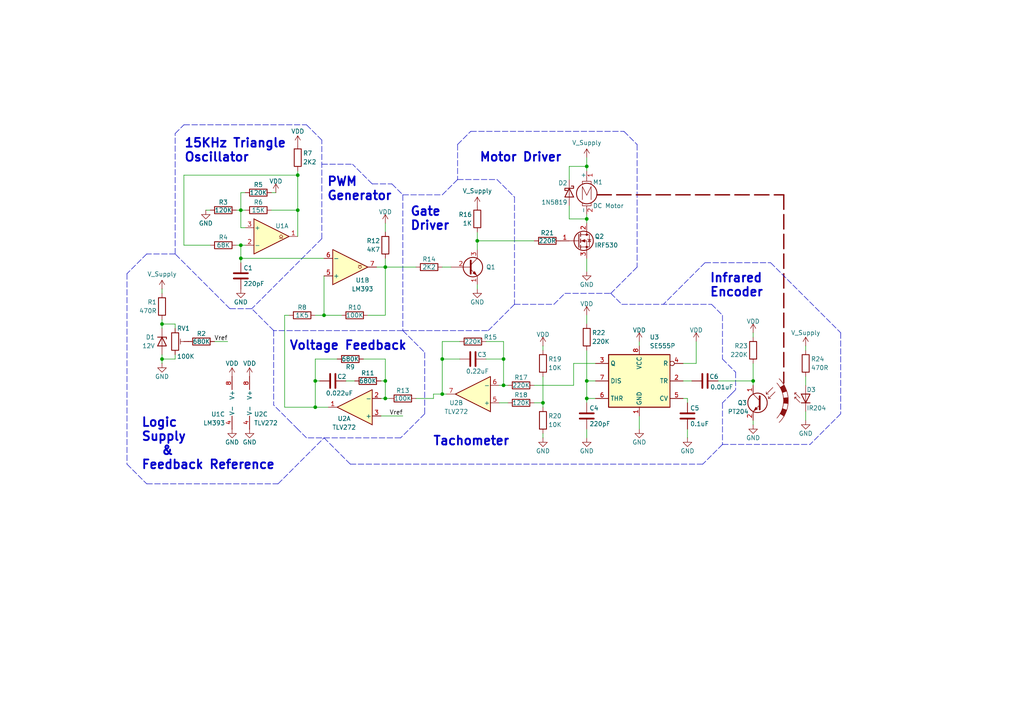
<source format=kicad_sch>
(kicad_sch (version 20231120) (generator "eeschema") (generator_version "8.0")
  (paper "A4")
  (title_block (title "PWM Motor Controller with PI Feedback") (date "2024-04-07") (rev "2") (company "ZAM Industries LLC") (comment 1 "Drawn by Mark Vaughn"))
  (lib_symbols
    (symbol "Amplifier_Operational:TLV2372" (pin_names (offset 0.127))
      (property "Reference" "U" (at 0 5.08 0))
      (property "Value" "TLV2372" (at 0 -5.08 0))
      (symbol "TLV2372_1_1"
        (pin output line (at 7.62 0 180) (length 2.54) (name "~") (number "1"))
        (pin input line (at -7.62 -2.54 0) (length 2.54) (name "-") (number "2"))
        (pin input line (at -7.62 2.54 0) (length 2.54) (name "+") (number "3"))
      )
      (symbol "TLV2372_2_1"
        (pin input line (at -7.62 2.54 0) (length 2.54) (name "+") (number "5"))
        (pin input line (at -7.62 -2.54 0) (length 2.54) (name "-") (number "6"))
        (pin output line (at 7.62 0 180) (length 2.54) (name "~") (number "7"))
      )
      (symbol "TLV2372_3_1"
        (pin power_in line (at -2.54 -7.62 90) (length 3.81) (name "V-") (number "4"))
        (pin power_in line (at -2.54 7.62 270) (length 3.81) (name "V+") (number "8"))
      )
    )
    (symbol "Comparator:LM393" (pin_names (offset 0.127))
      (property "Reference" "U" (at 3.81 3.81 0))
      (property "Value" "LM393" (at 6.35 -3.81 0))
      (symbol "LM393_1_1"
        (pin open_collector line (at 7.62 0 180) (length 2.54) (name "~") (number "1"))
        (pin input line (at -7.62 -2.54 0) (length 2.54) (name "-") (number "2"))
        (pin input line (at -7.62 2.54 0) (length 2.54) (name "+") (number "3"))
      )
      (symbol "LM393_2_1"
        (pin input line (at -7.62 2.54 0) (length 2.54) (name "+") (number "5"))
        (pin input line (at -7.62 -2.54 0) (length 2.54) (name "-") (number "6"))
        (pin open_collector line (at 7.62 0 180) (length 2.54) (name "~") (number "7"))
      )
      (symbol "LM393_3_1"
        (pin power_in line (at -2.54 -7.62 90) (length 3.81) (name "V-") (number "4"))
        (pin power_in line (at -2.54 7.62 270) (length 3.81) (name "V+") (number "8"))
      )
    )
    (symbol "Device:C" (pin_numbers hide) (pin_names (offset 0.254))
      (property "Reference" "C" (at 0.635 2.54 0))
      (property "Value" "C" (at 0.635 -2.54 0))
      (symbol "C_1_1"
        (pin passive line (at 0 3.81 270) (length 2.794) (name "~") (number "1"))
        (pin passive line (at 0 -3.81 90) (length 2.794) (name "~") (number "2"))
      )
    )
    (symbol "Device:D_Zener" (pin_numbers hide) (pin_names (offset 1.016) hide)
      (property "Reference" "D" (at 0 2.54 0))
      (property "Value" "D_Zener" (at 0 -2.54 0))
      (symbol "D_Zener_1_1"
        (pin passive line (at -3.81 0 0) (length 2.54) (name "K") (number "1"))
        (pin passive line (at 3.81 0 180) (length 2.54) (name "A") (number "2"))
      )
    )
    (symbol "Device:Q_NPN_EBC" (pin_names (offset 0) hide)
      (property "Reference" "Q" (at 5.08 1.27 0))
      (property "Value" "Q_NPN_EBC" (at 5.08 -1.27 0))
      (symbol "Q_NPN_EBC_1_1"
        (pin passive line (at 2.54 -5.08 90) (length 2.54) (name "E") (number "1"))
        (pin passive line (at -5.08 0 0) (length 5.715) (name "B") (number "2"))
        (pin passive line (at 2.54 5.08 270) (length 2.54) (name "C") (number "3"))
      )
    )
    (symbol "Device:R" (pin_numbers hide) (pin_names (offset 0))
      (property "Reference" "R" (at 2.032 0 90))
      (property "Value" "R" (at 0 0 90))
      (symbol "R_1_1"
        (pin passive line (at 0 3.81 270) (length 1.27) (name "~") (number "1"))
        (pin passive line (at 0 -3.81 90) (length 1.27) (name "~") (number "2"))
      )
    )
    (symbol "Device:R_Potentiometer_Trim" (pin_numbers hide) (pin_names (offset 1.016) hide)
      (property "Reference" "RV" (at -4.445 0 90))
      (property "Value" "R_Potentiometer_Trim" (at -2.54 0 90))
      (symbol "R_Potentiometer_Trim_1_1"
        (pin passive line (at 0 3.81 270) (length 1.27) (name "1") (number "1"))
        (pin passive line (at 3.81 0 180) (length 1.27) (name "2") (number "2"))
        (pin passive line (at 0 -3.81 90) (length 1.27) (name "3") (number "3"))
      )
    )
    (symbol "Diode:1N5819" (pin_numbers hide) (pin_names (offset 1.016) hide)
      (property "Reference" "D" (at 0 2.54 0))
      (property "Value" "1N5819" (at 0 -2.54 0))
      (symbol "1N5819_1_1"
        (pin passive line (at -3.81 0 0) (length 2.54) (name "K") (number "1"))
        (pin passive line (at 3.81 0 180) (length 2.54) (name "A") (number "2"))
      )
    )
    (symbol "LED:IR204A" (pin_numbers hide) (pin_names (offset 1.016) hide)
      (property "Reference" "D" (at 0.508 1.778 0))
      (property "Value" "IR204A" (at -1.016 -2.794 0))
      (symbol "IR204A_1_1"
        (pin passive line (at -5.08 0 0) (length 2.54) (name "K") (number "1"))
        (pin passive line (at 2.54 0 180) (length 2.54) (name "A") (number "2"))
      )
    )
    (symbol "Motor:Motor_DC_ALT" (pin_names (offset 0))
      (property "Reference" "M" (at 2.54 2.54 0))
      (property "Value" "Motor_DC_ALT" (at 2.54 -5.08 0))
      (symbol "Motor_DC_ALT_1_1"
        (pin passive line (at 0 5.08 270) (length 2.54) (name "+") (number "1"))
        (pin passive line (at 0 -7.62 90) (length 2.54) (name "-") (number "2"))
      )
    )
    (symbol "Sensor_Optical:BP103B" (pin_names (offset 0) hide)
      (property "Reference" "Q" (at 5.08 1.27 0))
      (property "Value" "BP103B" (at 5.08 -1.27 0))
      (symbol "BP103B_1_1"
        (pin passive line (at 2.54 5.08 270) (length 2.54) (name "C") (number "1"))
        (pin passive line (at 2.54 -5.08 90) (length 2.54) (name "E") (number "2"))
      )
    )
    (symbol "Timer:NE555P"
      (property "Reference" "U?" (at -3.0165 12.7 0))
      (property "Value" "NE555P" (at -3.0165 10.16 0))
      (symbol "NE555P_0_0"
        (pin power_in line (at 0 -10.16 90) (length 2.54) (name "GND") (number "1"))
        (pin power_in line (at 0 10.16 270) (length 2.54) (name "VCC") (number "8"))
      )
      (symbol "NE555P_1_1"
        (pin input line (at -12.7 0 0) (length 3.81) (name "TR") (number "2"))
        (pin output line (at 12.7 5.08 180) (length 3.81) (name "Q") (number "3"))
        (pin input inverted (at -12.7 5.08 0) (length 3.81) (name "R") (number "4"))
        (pin input line (at -12.7 -5.08 0) (length 3.81) (name "CV") (number "5"))
        (pin input line (at 12.7 -5.08 180) (length 3.81) (name "THR") (number "6"))
        (pin input line (at 12.7 0 180) (length 3.81) (name "DIS") (number "7"))
      )
    )
    (symbol "Transistor_FET:IRF540N" (pin_names hide)
      (property "Reference" "Q" (at 5.08 1.905 0))
      (property "Value" "IRF540N" (at 5.08 0 0))
      (symbol "IRF540N_1_1"
        (pin input line (at -5.08 0 0) (length 2.54) (name "G") (number "1"))
        (pin passive line (at 2.54 5.08 270) (length 2.54) (name "D") (number "2"))
        (pin passive line (at 2.54 -5.08 90) (length 2.54) (name "S") (number "3"))
      )
    )
    (symbol "power:GND" (power) (pin_numbers hide) (pin_names (offset 0) hide)
      (property "Value" "GND" (at 0 -3.81 0))
      (symbol "GND_1_1"
        (pin power_in line (at 0 0 270) (length 0) (name "~") (number "1"))
      )
    )
    (symbol "power:VCC" (power) (pin_numbers hide) (pin_names (offset 0) hide)
      (property "Value" "VCC" (at 0 3.556 0))
      (symbol "VCC_1_1"
        (pin power_in line (at 0 0 90) (length 0) (name "~") (number "1"))
      )
    )
    (symbol "power:VDD" (power) (pin_numbers hide) (pin_names (offset 0) hide)
      (property "Value" "VDD" (at 0 3.556 0))
      (symbol "VDD_1_1"
        (pin power_in line (at 0 0 90) (length 0) (name "~") (number "1"))
      )
    )
  )
  (junction (at 170.18 115.57))
  (junction (at 146.05 104.14))
  (junction (at 69.85 74.93))
  (junction (at 170.18 63.5))
  (junction (at 46.99 104.14))
  (junction (at 86.36 60.96))
  (junction (at 170.18 48.26))
  (junction (at 69.85 60.96))
  (junction (at 93.98 91.44))
  (junction (at 157.48 116.84))
  (junction (at 218.44 110.49))
  (junction (at 91.44 110.49))
  (junction (at 146.05 111.76))
  (junction (at 86.36 50.8))
  (junction (at 111.76 115.57))
  (junction (at 46.99 93.98))
  (junction (at 170.18 110.49))
  (junction (at 111.76 110.49))
  (junction (at 69.85 71.12))
  (junction (at 138.43 69.85))
  (junction (at 91.44 118.11))
  (junction (at 128.27 114.3))
  (junction (at 111.76 77.47))
  (junction (at 128.27 104.14))
  (wire (pts (xy 53.34 50.8) (xy 53.34 71.12)))
  (polyline (pts (xy 36.83 79.375) (xy 36.83 134.62)) (stroke (width 0) (type dash)))
  (wire (pts (xy 170.18 115.57) (xy 170.18 116.84)))
  (polyline (pts (xy 212.09 114.3) (xy 209.55 116.84)) (stroke (width 0) (type dash)))
  (wire (pts (xy 138.43 69.85) (xy 138.43 72.39)))
  (polyline (pts (xy 227.8841 116.1869) (xy 227.9622 116.1199)) (stroke (width 0) (color 132 0 0 1)))
  (polyline (pts (xy 79.375 95.885) (xy 79.375 117.475)) (stroke (width 0) (type dash)))
  (wire (pts (xy 170.18 91.44) (xy 170.18 93.98)))
  (wire (pts (xy 50.8 102.87) (xy 50.8 104.14)))
  (wire (pts (xy 82.55 118.11) (xy 91.44 118.11)))
  (wire (pts (xy 170.18 101.6) (xy 170.18 110.49)))
  (wire (pts (xy 69.85 76.2) (xy 69.85 74.93)))
  (polyline (pts (xy 227.2866 120.5038) (xy 227.3679 120.5726)) (stroke (width 0) (color 132 0 0 1)))
  (polyline (pts (xy 227.3509 115.6384) (xy 228.4395 115.5505)) (stroke (width 0) (color 132 0 0 1)))
  (polyline (pts (xy 180.34 88.265) (xy 206.375 88.265)) (stroke (width 0) (type dash)))
  (wire (pts (xy 111.76 74.93) (xy 111.76 77.47)))
  (wire (pts (xy 82.55 118.11) (xy 82.55 91.44)))
  (polyline (pts (xy 107.95 53.34) (xy 102.235 47.625)) (stroke (width 0) (type dash)))
  (polyline (pts (xy 226.5733 112.2267) (xy 227.1802 113.7283)) (stroke (width 0) (color 132 0 0 1)))
  (polyline (pts (xy 209.55 104.14) (xy 213.36 107.95)) (stroke (width 0) (type dash)))
  (polyline (pts (xy 204.47 76.2) (xy 223.52 76.2)) (stroke (width 0) (type dash)))
  (wire (pts (xy 86.36 60.96) (xy 86.36 68.58)))
  (polyline (pts (xy 228.1548 116.6013) (xy 227.6942 116.5176)) (stroke (width 0) (color 132 0 0 1)))
  (wire (pts (xy 218.44 105.41) (xy 218.44 110.49)))
  (wire (pts (xy 128.27 99.06) (xy 133.35 99.06)))
  (wire (pts (xy 154.94 116.84) (xy 157.48 116.84)))
  (polyline (pts (xy 226.5733 120.1471) (xy 227.1802 118.6455)) (stroke (width 0) (color 132 0 0 1)))
  (polyline (pts (xy 227.7361 115.9189) (xy 228.1339 115.9775)) (stroke (width 0) (color 132 0 0 1)))
  (wire (pts (xy 218.44 110.49) (xy 218.44 111.76)))
  (wire (pts (xy 147.32 111.76) (xy 146.05 111.76)))
  (polyline (pts (xy 203.835 134.62) (xy 101.6 134.62)) (stroke (width 0) (type dash)))
  (wire (pts (xy 69.85 55.88) (xy 71.12 55.88)))
  (polyline (pts (xy 227.33 56.515) (xy 227.33 111.125)) (stroke (width 0.381) (type dash) (color 132 0 0 1)))
  (polyline (pts (xy 132.715 52.07) (xy 144.145 52.07)) (stroke (width 0) (type dash)))
  (polyline (pts (xy 228.226 115.8352) (xy 228.1548 116.6013)) (stroke (width 0) (color 132 0 0 1)))
  (polyline (pts (xy 209.55 116.84) (xy 209.55 128.905)) (stroke (width 0) (type dash)))
  (wire (pts (xy 199.39 115.57) (xy 199.39 116.84)))
  (wire (pts (xy 86.36 49.53) (xy 86.36 50.8)))
  (wire (pts (xy 157.48 116.84) (xy 157.48 118.11)))
  (wire (pts (xy 46.99 93.98) (xy 50.8 93.98)))
  (polyline (pts (xy 93.345 40.64) (xy 88.9 36.195)) (stroke (width 0) (type dash)))
  (polyline (pts (xy 149.225 88.265) (xy 160.655 88.265)) (stroke (width 0) (type dash)))
  (polyline (pts (xy 228.293 116.6976) (xy 227.5645 116.6223)) (stroke (width 0) (color 132 0 0 1)))
  (wire (pts (xy 147.32 116.84) (xy 144.78 116.84)))
  (wire (pts (xy 125.73 114.3) (xy 128.27 114.3)))
  (polyline (pts (xy 116.84 56.515) (xy 116.84 95.885)) (stroke (width 0) (type dash)))
  (polyline (pts (xy 206.375 88.265) (xy 209.55 91.44)) (stroke (width 0) (type dash)))
  (polyline (pts (xy 227.5056 113.622) (xy 226.8736 112.0828)) (stroke (width 0) (color 132 0 0 1)))
  (wire (pts (xy 106.68 91.44) (xy 111.76 91.44)))
  (wire (pts (xy 128.27 114.3) (xy 129.54 114.3)))
  (polyline (pts (xy 227.2741 113.6971) (xy 226.6922 112.1954)) (stroke (width 0) (color 132 0 0 1)))
  (wire (pts (xy 199.39 124.46) (xy 199.39 127)))
  (wire (pts (xy 138.43 69.85) (xy 154.94 69.85)))
  (polyline (pts (xy 66.675 89.535) (xy 50.8 73.66)) (stroke (width 0) (type dash)))
  (polyline (pts (xy 227.0864 113.7659) (xy 226.4794 112.3205)) (stroke (width 0) (color 132 0 0 1)))
  (polyline (pts (xy 226.9122 113.8529) (xy 228.1793 113.4305)) (stroke (width 0) (color 132 0 0 1)))
  (polyline (pts (xy 227.7905 116.4213) (xy 227.8533 115.9733)) (stroke (width 0) (color 132 0 0 1)))
  (polyline (pts (xy 204.47 76.2) (xy 192.405 88.265)) (stroke (width 0) (type dash)))
  (polyline (pts (xy 42.545 140.335) (xy 80.645 140.335)) (stroke (width 0) (type dash)))
  (wire (pts (xy 128.27 104.14) (xy 128.27 114.3)))
  (polyline (pts (xy 50.8 73.66) (xy 50.8 38.735)) (stroke (width 0) (type dash)))
  (wire (pts (xy 157.48 109.22) (xy 157.48 116.84)))
  (polyline (pts (xy 223.52 76.2) (xy 243.84 96.52)) (stroke (width 0) (type dash)))
  (polyline (pts (xy 144.145 52.07) (xy 149.225 57.15)) (stroke (width 0) (type dash)))
  (polyline (pts (xy 84.455 122.555) (xy 79.375 117.475)) (stroke (width 0) (type dash)))
  (wire (pts (xy 165.1 63.5) (xy 170.18 63.5)))
  (polyline (pts (xy 209.55 91.44) (xy 209.55 104.14)) (stroke (width 0) (type dash)))
  (wire (pts (xy 78.74 60.96) (xy 86.36 60.96)))
  (wire (pts (xy 91.44 110.49) (xy 91.44 118.11)))
  (polyline (pts (xy 101.6 134.62) (xy 93.98 127)) (stroke (width 0) (type dash)))
  (wire (pts (xy 201.93 99.06) (xy 201.93 105.41)))
  (wire (pts (xy 170.18 110.49) (xy 170.18 115.57)))
  (wire (pts (xy 166.37 105.41) (xy 166.37 111.76)))
  (wire (pts (xy 69.85 60.96) (xy 71.12 60.96)))
  (polyline (pts (xy 227.2741 118.6767) (xy 226.6922 120.1784)) (stroke (width 0) (color 132 0 0 1)))
  (polyline (pts (xy 227.9498 113.4781) (xy 227.2866 111.87)) (stroke (width 0) (color 132 0 0 1)))
  (polyline (pts (xy 128.27 56.515) (xy 132.715 52.07)) (stroke (width 0) (type dash)))
  (wire (pts (xy 46.99 104.14) (xy 46.99 102.87)))
  (wire (pts (xy 102.87 110.49) (xy 100.33 110.49)))
  (polyline (pts (xy 209.55 128.905) (xy 203.835 134.62)) (stroke (width 0) (type dash)))
  (wire (pts (xy 91.44 118.11) (xy 95.25 118.11)))
  (polyline (pts (xy 53.34 36.195) (xy 88.9 36.195)) (stroke (width 0) (type dash)))
  (wire (pts (xy 157.48 100.33) (xy 157.48 101.6)))
  (polyline (pts (xy 36.83 134.62) (xy 42.545 140.335)) (stroke (width 0) (type dash)))
  (wire (pts (xy 185.42 120.65) (xy 185.42 124.46)))
  (wire (pts (xy 111.76 64.77) (xy 111.76 67.31)))
  (polyline (pts (xy 149.225 88.265) (xy 141.605 95.885)) (stroke (width 0) (type dash)))
  (polyline (pts (xy 163.83 85.09) (xy 177.165 85.09)) (stroke (width 0) (type dash)))
  (wire (pts (xy 46.99 105.41) (xy 46.99 104.14)))
  (polyline (pts (xy 113.665 53.34) (xy 116.84 56.515)) (stroke (width 0) (type dash)))
  (polyline (pts (xy 226.2646 112.4028) (xy 227.405 111.6989)) (stroke (width 0) (color 132 0 0 1)))
  (polyline (pts (xy 228.0418 116.0571) (xy 228.0041 116.3711)) (stroke (width 0) (color 132 0 0 1)))
  (wire (pts (xy 128.27 104.14) (xy 133.35 104.14)))
  (polyline (pts (xy 160.655 88.265) (xy 163.83 85.09)) (stroke (width 0) (type dash)))
  (wire (pts (xy 198.12 110.49) (xy 200.66 110.49)))
  (polyline (pts (xy 227.4472 116.7311) (xy 227.4807 115.7179)) (stroke (width 0) (color 132 0 0 1)))
  (wire (pts (xy 111.76 115.57) (xy 113.03 115.57)))
  (polyline (pts (xy 123.19 120.015) (xy 116.205 127)) (stroke (width 0) (type dash)))
  (polyline (pts (xy 184.785 41.91) (xy 184.785 77.47)) (stroke (width 0) (type dash)))
  (wire (pts (xy 59.69 60.96) (xy 60.96 60.96)))
  (wire (pts (xy 140.97 99.06) (xy 146.05 99.06)))
  (wire (pts (xy 105.41 104.14) (xy 111.76 104.14)))
  (wire (pts (xy 68.58 60.96) (xy 69.85 60.96)))
  (polyline (pts (xy 227.4807 115.7179) (xy 228.3432 115.7096)) (stroke (width 0) (color 132 0 0 1)))
  (polyline (pts (xy 79.375 95.885) (xy 73.025 89.535)) (stroke (width 0) (type dash)))
  (polyline (pts (xy 136.525 38.1) (xy 180.975 38.1)) (stroke (width 0) (type dash)))
  (polyline (pts (xy 116.84 95.885) (xy 141.605 95.885)) (stroke (width 0) (type dash)))
  (polyline (pts (xy 116.84 56.515) (xy 128.27 56.515)) (stroke (width 0) (type dash)))
  (polyline (pts (xy 93.345 69.215) (xy 73.025 89.535)) (stroke (width 0) (type dash)))
  (wire (pts (xy 165.1 48.26) (xy 170.18 48.26)))
  (polyline (pts (xy 227.1489 111.87) (xy 227.8497 113.5094)) (stroke (width 0) (color 132 0 0 1)))
  (polyline (pts (xy 173.1289 56.5008) (xy 227.33 56.515)) (stroke (width 0.381) (type dash) (color 132 0 0 1)))
  (polyline (pts (xy 228.1062 118.9208) (xy 227.3742 120.5476)) (stroke (width 0) (color 132 0 0 1)))
  (wire (pts (xy 233.68 100.33) (xy 233.68 101.6)))
  (wire (pts (xy 146.05 104.14) (xy 146.05 111.76)))
  (polyline (pts (xy 228.0627 116.4883) (xy 227.7905 116.4213)) (stroke (width 0) (color 132 0 0 1)))
  (polyline (pts (xy 116.84 95.885) (xy 79.375 95.885)) (stroke (width 0) (type dash)))
  (wire (pts (xy 208.28 110.49) (xy 218.44 110.49)))
  (wire (pts (xy 46.99 93.98) (xy 46.99 95.25)))
  (wire (pts (xy 91.44 104.14) (xy 91.44 110.49)))
  (wire (pts (xy 111.76 77.47) (xy 111.76 91.44)))
  (wire (pts (xy 233.68 121.92) (xy 233.68 119.38)))
  (wire (pts (xy 68.58 71.12) (xy 69.85 71.12)))
  (wire (pts (xy 91.44 91.44) (xy 93.98 91.44)))
  (polyline (pts (xy 228.3432 115.7096) (xy 228.293 116.6976)) (stroke (width 0) (color 132 0 0 1)))
  (polyline (pts (xy 226.7548 112.1078) (xy 227.393 113.6595)) (stroke (width 0) (color 132 0 0 1)))
  (wire (pts (xy 111.76 110.49) (xy 111.76 115.57)))
  (wire (pts (xy 170.18 74.93) (xy 170.18 78.74)))
  (polyline (pts (xy 228.406 116.8274) (xy 227.4472 116.7311)) (stroke (width 0) (color 132 0 0 1)))
  (wire (pts (xy 111.76 104.14) (xy 111.76 110.49)))
  (polyline (pts (xy 227.3768 120.689) (xy 227.405 120.6749)) (stroke (width 0) (color 132 0 0 1)))
  (polyline (pts (xy 184.785 77.47) (xy 177.165 85.09)) (stroke (width 0) (type dash)))
  (wire (pts (xy 93.98 80.01) (xy 93.98 91.44)))
  (polyline (pts (xy 226.955 120.3661) (xy 227.5994 118.7956)) (stroke (width 0) (color 132 0 0 1)))
  (wire (pts (xy 111.76 110.49) (xy 110.49 110.49)))
  (wire (pts (xy 146.05 111.76) (xy 144.78 111.76)))
  (polyline (pts (xy 243.84 120.015) (xy 234.95 128.905)) (stroke (width 0) (type dash)))
  (wire (pts (xy 138.43 67.31) (xy 138.43 69.85)))
  (polyline (pts (xy 227.8743 116.3292) (xy 227.9622 116.1199)) (stroke (width 0) (color 132 0 0 1)))
  (wire (pts (xy 69.85 74.93) (xy 93.98 74.93)))
  (wire (pts (xy 46.99 104.14) (xy 50.8 104.14)))
  (polyline (pts (xy 227.9498 118.8957) (xy 227.2866 120.5038)) (stroke (width 0) (color 132 0 0 1)))
  (wire (pts (xy 111.76 77.47) (xy 120.65 77.47)))
  (polyline (pts (xy 228.5107 116.9363) (xy 227.33 116.84)) (stroke (width 0) (color 132 0 0 1)))
  (polyline (pts (xy 227.6147 115.8142) (xy 228.226 115.8352)) (stroke (width 0) (color 132 0 0 1)))
  (polyline (pts (xy 180.975 38.1) (xy 184.785 41.91)) (stroke (width 0) (type dash)))
  (wire (pts (xy 157.48 125.73) (xy 157.48 127)))
  (wire (pts (xy 53.34 71.12) (xy 60.96 71.12)))
  (wire (pts (xy 53.34 50.8) (xy 86.36 50.8)))
  (polyline (pts (xy 227.5645 116.6223) (xy 227.6147 115.8142)) (stroke (width 0) (color 132 0 0 1)))
  (polyline (pts (xy 50.8 73.66) (xy 42.545 73.66)) (stroke (width 0) (type dash)))
  (polyline (pts (xy 228.5316 115.45) (xy 228.5107 116.9363)) (stroke (width 0) (color 132 0 0 1)))
  (polyline (pts (xy 123.19 102.235) (xy 123.19 120.015)) (stroke (width 0) (type dash)))
  (polyline (pts (xy 177.165 85.09) (xy 180.34 88.265)) (stroke (width 0) (type dash)))
  (polyline (pts (xy 66.675 89.535) (xy 73.025 89.535)) (stroke (width 0) (type dash)))
  (wire (pts (xy 146.05 99.06) (xy 146.05 104.14)))
  (wire (pts (xy 50.8 93.98) (xy 50.8 95.25)))
  (polyline (pts (xy 227.7246 113.5344) (xy 227.0739 111.9576)) (stroke (width 0) (color 132 0 0 1)))
  (polyline (pts (xy 243.84 96.52) (xy 243.84 120.015)) (stroke (width 0) (type dash)))
  (wire (pts (xy 170.18 63.5) (xy 170.18 64.77)))
  (polyline (pts (xy 132.715 41.91) (xy 132.715 52.07)) (stroke (width 0) (type dash)))
  (polyline (pts (xy 93.345 47.625) (xy 102.235 47.625)) (stroke (width 0) (type dash)))
  (polyline (pts (xy 227.5056 118.7518) (xy 226.8736 120.291)) (stroke (width 0) (color 132 0 0 1)))
  (wire (pts (xy 93.98 91.44) (xy 99.06 91.44)))
  (polyline (pts (xy 227.2866 111.87) (xy 227.3679 111.8012)) (stroke (width 0) (color 132 0 0 1)))
  (polyline (pts (xy 228.0041 116.3711) (xy 227.8743 116.3292)) (stroke (width 0) (color 132 0 0 1)))
  (wire (pts (xy 97.79 104.14) (xy 91.44 104.14)))
  (wire (pts (xy 120.65 115.57) (xy 125.73 115.57)))
  (polyline (pts (xy 50.8 38.735) (xy 53.34 36.195)) (stroke (width 0) (type dash)))
  (polyline (pts (xy 227.2491 115.5519) (xy 228.5316 115.45)) (stroke (width 0) (color 132 0 0 1)))
  (wire (pts (xy 170.18 62.23) (xy 170.18 63.5)))
  (polyline (pts (xy 227.0864 118.6079) (xy 226.4794 120.0533)) (stroke (width 0) (color 132 0 0 1)))
  (wire (pts (xy 218.44 121.92) (xy 218.44 123.19)))
  (wire (pts (xy 110.49 120.65) (xy 116.84 120.65)))
  (wire (pts (xy 46.99 83.82) (xy 46.99 85.09)))
  (polyline (pts (xy 226.3606 120.0157) (xy 226.9988 118.5954)) (stroke (width 0) (color 132 0 0 1)))
  (polyline (pts (xy 228.1339 115.9775) (xy 228.0627 116.4883)) (stroke (width 0) (color 132 0 0 1)))
  (wire (pts (xy 198.12 115.57) (xy 199.39 115.57)))
  (wire (pts (xy 138.43 82.55) (xy 138.43 83.82)))
  (polyline (pts (xy 226.2646 119.971) (xy 227.405 120.6749)) (stroke (width 0) (color 132 0 0 1)))
  (wire (pts (xy 78.74 55.88) (xy 80.01 55.88)))
  (polyline (pts (xy 228.1062 113.453) (xy 227.3742 111.8262)) (stroke (width 0) (color 132 0 0 1)))
  (polyline (pts (xy 42.545 73.66) (xy 36.83 79.375)) (stroke (width 0) (type dash)))
  (polyline (pts (xy 227.236 115.4578) (xy 228.5734 115.3311)) (stroke (width 0) (color 132 0 0 1)))
  (wire (pts (xy 69.85 71.12) (xy 71.12 71.12)))
  (wire (pts (xy 130.81 77.47) (xy 128.27 77.47)))
  (wire (pts (xy 170.18 124.46) (xy 170.18 127)))
  (polyline (pts (xy 227.236 116.916) (xy 228.5734 117.0427)) (stroke (width 0) (color 132 0 0 1)))
  (wire (pts (xy 62.23 99.06) (xy 66.04 99.06)))
  (polyline (pts (xy 227.6942 116.5176) (xy 227.7361 115.9189)) (stroke (width 0) (color 132 0 0 1)))
  (wire (pts (xy 109.22 77.47) (xy 111.76 77.47)))
  (wire (pts (xy 86.36 50.8) (xy 86.36 60.96)))
  (polyline (pts (xy 107.95 53.34) (xy 113.665 53.34)) (stroke (width 0) (type dash)))
  (polyline (pts (xy 227.1489 120.5038) (xy 227.8497 118.8644)) (stroke (width 0) (color 132 0 0 1)))
  (wire (pts (xy 128.27 99.06) (xy 128.27 104.14)))
  (wire (pts (xy 125.73 114.3) (xy 125.73 115.57)))
  (wire (pts (xy 111.76 115.57) (xy 110.49 115.57)))
  (polyline (pts (xy 116.84 95.885) (xy 123.19 102.235)) (stroke (width 0) (type dash)))
  (polyline (pts (xy 88.9 127) (xy 86.36 124.46)) (stroke (width 0) (type dash)))
  (wire (pts (xy 82.55 91.44) (xy 83.82 91.44)))
  (polyline (pts (xy 226.3606 112.3581) (xy 226.9988 113.7784)) (stroke (width 0) (color 132 0 0 1)))
  (wire (pts (xy 170.18 115.57) (xy 172.72 115.57)))
  (polyline (pts (xy 227.8533 115.9733) (xy 228.0418 116.0571)) (stroke (width 0) (color 132 0 0 1)))
  (wire (pts (xy 218.44 96.52) (xy 218.44 97.79)))
  (polyline (pts (xy 212.09 114.3) (xy 213.36 113.03)) (stroke (width 0) (type dash)))
  (wire (pts (xy 185.42 99.06) (xy 185.42 100.33)))
  (polyline (pts (xy 228.4395 115.5505) (xy 228.406 116.8274)) (stroke (width 0) (color 132 0 0 1)))
  (polyline (pts (xy 227.7246 118.8394) (xy 227.0739 120.4162)) (stroke (width 0) (color 132 0 0 1)))
  (wire (pts (xy 170.18 45.72) (xy 170.18 48.26)))
  (polyline (pts (xy 226.955 112.0077) (xy 227.5994 113.5782)) (stroke (width 0) (color 132 0 0 1)))
  (polyline (pts (xy 226.9122 118.5209) (xy 228.1793 118.9433)) (stroke (width 0) (color 132 0 0 1)))
  (wire (pts (xy 91.44 110.49) (xy 92.71 110.49)))
  (polyline (pts (xy 213.36 107.95) (xy 213.36 113.03)) (stroke (width 0) (type dash)))
  (wire (pts (xy 140.97 104.14) (xy 146.05 104.14)))
  (polyline (pts (xy 226.7548 120.266) (xy 227.393 118.7143)) (stroke (width 0) (color 132 0 0 1)))
  (wire (pts (xy 69.85 55.88) (xy 69.85 60.96)))
  (wire (pts (xy 170.18 110.49) (xy 172.72 110.49)))
  (wire (pts (xy 69.85 71.12) (xy 69.85 74.93)))
  (wire (pts (xy 165.1 48.26) (xy 165.1 52.07)))
  (polyline (pts (xy 93.345 69.215) (xy 93.345 40.64)) (stroke (width 0) (type dash)))
  (wire (pts (xy 233.68 109.22) (xy 233.68 111.76)))
  (wire (pts (xy 165.1 59.69) (xy 165.1 63.5)))
  (polyline (pts (xy 86.36 124.46) (xy 84.455 122.555)) (stroke (width 0) (type dash)))
  (wire (pts (xy 170.18 48.26) (xy 170.18 49.53)))
  (polyline (pts (xy 132.715 41.91) (xy 136.525 38.1)) (stroke (width 0) (type dash)))
  (polyline (pts (xy 227.3768 111.6848) (xy 227.405 111.6989)) (stroke (width 0) (color 132 0 0 1)))
  (wire (pts (xy 69.85 66.04) (xy 71.12 66.04)))
  (polyline (pts (xy 80.645 140.335) (xy 93.98 127)) (stroke (width 0) (type dash)))
  (wire (pts (xy 198.12 105.41) (xy 201.93 105.41)))
  (wire (pts (xy 166.37 105.41) (xy 172.72 105.41)))
  (wire (pts (xy 69.85 60.96) (xy 69.85 66.04)))
  (wire (pts (xy 154.94 111.76) (xy 166.37 111.76)))
  (polyline (pts (xy 227.33 116.84) (xy 227.3509 115.6384)) (stroke (width 0) (color 132 0 0 1)))
  (wire (pts (xy 46.99 92.71) (xy 46.99 93.98)))
  (polyline (pts (xy 149.225 57.15) (xy 149.225 88.265)) (stroke (width 0) (type dash)))
  (polyline (pts (xy 209.55 128.905) (xy 234.95 128.905)) (stroke (width 0) (type dash)))
  (polyline (pts (xy 116.205 127) (xy 88.9 127)) (stroke (width 0) (type dash)))
  (arc (start 225.3441 111.1069) (mid 227.2755 116.1869) (end 225.3441 121.2669) (stroke (width 0) (color 132 0 0 1)))
  (arc (start 225.9791 109.8369) (mid 228.6219 116.1869) (end 225.9791 122.5369) (stroke (width 0) (color 132 0 0 1)))
  (text "Motor Driver" (at 138.938 45.72 0) (effects (font (size 2.54 2.54) (thickness 0.508) (bold yes)) (justify left)))
  (text "Voltage Feedback" (at 83.82 100.33 0) (effects (font (size 2.54 2.54) (thickness 0.508) (bold yes)) (justify left)))
  (text "15KHz Triangle\nOscillator" (at 53.34 43.688 0) (effects (font (size 2.54 2.54) (thickness 0.508) (bold yes)) (justify left)))
  (text "Infrared\nEncoder" (at 205.74 82.804 0) (effects (font (size 2.54 2.54) (thickness 0.508) (bold yes)) (justify left)))
  (text "PWM\nGenerator" (at 94.742 54.864 0) (effects (font (size 2.54 2.54) (thickness 0.508) (bold yes)) (justify left)))
  (text "Gate\nDriver" (at 118.872 63.5 0) (effects (font (size 2.54 2.54) (thickness 0.508) (bold yes)) (justify left)))
  (text "Logic\nSupply\n   &\nFeedback Reference" (at 40.894 128.778 0) (effects (font (size 2.54 2.54) (thickness 0.508) (bold yes)) (justify left)))
  (text "Tachometer" (at 125.476 128.016 0) (effects (font (size 2.54 2.54) (thickness 0.508) (bold yes)) (justify left)))
  (label "Vref" (at 66.04 99.06 180))
  (label "Vref" (at 116.84 120.65 180))
  (symbol (lib_id "Amplifier_Operational:TLV2372") (at 137.16 114.3 180) (unit 2) (on_board no)
    (property "Reference" "U2" (at 132.334 116.84 0))
    (property "Value" "TLV272" (at 132.334 119.38 0))
    (property "Datasheet" "http://www.ti.com/lit/ds/symlink/tlv2375.pdf" (effects (hide yes)))
    (property "Description" "Dual Rail-to-Rail Input/Output Operational Amplifier, DIP-8/SOIC-8/VSSOP-8" (effects (hide yes)))
    (property "Sim.Library" "C:\\Users\\v_mar\\Documents\\GitHub\\ECSE_371_2024\\Helpful Datasheets\\Spice Models\\TLV272.LIB" (effects (hide yes)))
    (property "Sim.Name" "TLV272" (effects (hide yes)))
    (property "Sim.Device" "SUBCKT" (effects (hide yes)))
    (property "Sim.Pins" "1=1out 2=1in- 3=1in+ 4=gnd 5=2in+ 6=2in- 7=2out 8=vdd" (effects (hide yes)))
  )
  (symbol (lib_id "power:GND") (at 170.18 127 0) (unit 1) (on_board no)
    (property "Reference" "#PWR019" (effects (hide yes)))
    (property "Value" "GND" (at 170.18 130.81 0))
    (property "Description" "Power symbol creates a global label with name \"GND\" , ground" (effects (hide yes)))
  )
  (symbol (lib_id "Device:C") (at 170.18 120.65 0) (unit 1) (on_board no)
    (property "Reference" "C4" (at 170.942 118.364 0) (effects (justify left)))
    (property "Value" "220pF" (at 170.942 122.936 0) (effects (justify left)))
    (property "Description" "Unpolarized capacitor" (effects (hide yes)))
  )
  (symbol (lib_id "power:VCC") (at 233.68 100.33 0) (unit 1) (on_board no)
    (property "Reference" "#PWR026" (effects (hide yes)))
    (property "Value" "V_Supply" (at 233.68 96.52 0))
    (property "Description" "Power symbol creates a global label with name \"VCC\"" (effects (hide yes)))
  )
  (symbol (lib_id "power:VDD") (at 67.31 109.22 0) (mirror y) (unit 1) (on_board no)
    (property "Reference" "#PWR04" (effects (hide yes)))
    (property "Value" "VDD" (at 67.31 105.41 0))
    (property "Description" "Power symbol creates a global label with name \"VDD\"" (effects (hide yes)))
  )
  (symbol (lib_id "power:GND") (at 157.48 127 0) (unit 1) (on_board no)
    (property "Reference" "#PWR015" (effects (hide yes)))
    (property "Value" "GND" (at 157.48 130.81 0))
    (property "Description" "Power symbol creates a global label with name \"GND\" , ground" (effects (hide yes)))
  )
  (symbol (lib_id "Device:C") (at 204.47 110.49 90) (unit 1) (on_board no)
    (property "Reference" "C6" (at 205.74 109.22 90) (effects (justify right)))
    (property "Value" "0.01uF" (at 205.994 112.268 90) (effects (justify right)))
    (property "Description" "Unpolarized capacitor" (effects (hide yes)))
  )
  (symbol (lib_id "Amplifier_Operational:TLV2372") (at 102.87 118.11 180) (unit 1) (on_board no)
    (property "Reference" "U2" (at 99.822 121.412 0))
    (property "Value" "TLV272" (at 99.822 123.952 0))
    (property "Datasheet" "http://www.ti.com/lit/ds/symlink/tlv2375.pdf" (effects (hide yes)))
    (property "Description" "Dual Rail-to-Rail Input/Output Operational Amplifier, DIP-8/SOIC-8/VSSOP-8" (effects (hide yes)))
    (property "Sim.Library" "C:\\Users\\v_mar\\Documents\\GitHub\\ECSE_371_2024\\Helpful Datasheets\\Spice Models\\TLV272.LIB" (effects (hide yes)))
    (property "Sim.Name" "TLV272" (effects (hide yes)))
    (property "Sim.Device" "SUBCKT" (effects (hide yes)))
    (property "Sim.Pins" "1=1out 2=1in- 3=1in+ 4=gnd 5=2in+ 6=2in- 7=2out 8=vdd" (effects (hide yes)))
  )
  (symbol (lib_id "Device:R") (at 138.43 63.5 0) (mirror y) (unit 1) (on_board no)
    (property "Reference" "R16" (at 136.906 62.23 0) (effects (justify left)))
    (property "Value" "1K" (at 136.906 64.77 0) (effects (justify left)))
    (property "Footprint" "Resistor_THT:R_Axial_DIN0207_L6.3mm_D2.5mm_P7.62mm_Horizontal" (effects (hide yes)))
    (property "Description" "Resistor" (effects (hide yes)))
  )
  (symbol (lib_id "power:VDD") (at 185.42 99.06 0) (unit 1) (on_board no)
    (property "Reference" "#PWR020" (effects (hide yes)))
    (property "Value" "VDD" (at 185.42 95.758 0))
    (property "Description" "Power symbol creates a global label with name \"VDD\"" (effects (hide yes)))
  )
  (symbol (lib_id "Device:R") (at 64.77 60.96 90) (unit 1) (on_board no)
    (property "Reference" "R3" (at 64.77 58.674 90))
    (property "Value" "120K" (at 64.77 60.96 90))
    (property "Footprint" "Resistor_THT:R_Axial_DIN0207_L6.3mm_D2.5mm_P7.62mm_Horizontal" (effects (hide yes)))
    (property "Description" "Resistor" (effects (hide yes)))
  )
  (symbol (lib_id "Timer:NE555P") (at 185.42 110.49 0) (mirror y) (unit 1)
    (property "Reference" "U3" (at 188.4365 97.79 0) (effects (justify right)))
    (property "Value" "SE555P" (at 188.4365 100.33 0) (effects (justify right)))
    (property "Footprint" "Package_DIP:DIP-8_W7.62mm" (effects (hide yes)))
    (property "Datasheet" "http://www.ti.com/lit/ds/symlink/ne555.pdf" (effects (hide yes)))
    (property "Description" "Precision Timers, 555 compatible,  PDIP-8" (effects (hide yes)))
  )
  (symbol (lib_id "power:VDD") (at 201.93 99.06 0) (unit 1) (on_board no)
    (property "Reference" "#PWR023" (effects (hide yes)))
    (property "Value" "VDD" (at 201.93 95.758 0))
    (property "Description" "Power symbol creates a global label with name \"VDD\"" (effects (hide yes)))
  )
  (symbol (lib_id "Device:D_Zener") (at 46.99 99.06 270) (unit 1) (on_board no)
    (property "Reference" "D1" (at 44.958 97.79 90) (effects (justify right)))
    (property "Value" "12V" (at 44.958 100.33 90) (effects (justify right)))
    (property "Description" "Zener diode" (effects (hide yes)))
    (property "Sim.Library" "C:\\Users\\v_mar\\Documents\\GitHub\\KiCad-Spice-Library\\Models\\Diode\\zener.lib" (effects (hide yes)))
    (property "Sim.Name" "DI_1N4742A" (effects (hide yes)))
    (property "Sim.Device" "SUBCKT" (effects (hide yes)))
    (property "Sim.Pins" "1=2 2=1" (effects (hide yes)))
  )
  (symbol (lib_id "Device:R") (at 46.99 88.9 0) (mirror y) (unit 1) (on_board no)
    (property "Reference" "R1" (at 45.466 87.63 0) (effects (justify left)))
    (property "Value" "470R" (at 45.466 90.17 0) (effects (justify left)))
    (property "Footprint" "Resistor_THT:R_Axial_DIN0207_L6.3mm_D2.5mm_P7.62mm_Horizontal" (effects (hide yes)))
    (property "Description" "Resistor" (effects (hide yes)))
  )
  (symbol (lib_id "Device:R") (at 58.42 99.06 90) (unit 1) (on_board no)
    (property "Reference" "R2" (at 58.42 96.774 90))
    (property "Value" "680K" (at 58.42 99.06 90))
    (property "Footprint" "Resistor_THT:R_Axial_DIN0207_L6.3mm_D2.5mm_P7.62mm_Horizontal" (effects (hide yes)))
    (property "Description" "Resistor" (effects (hide yes)))
  )
  (symbol (lib_id "power:VDD") (at 72.39 109.22 0) (mirror y) (unit 1) (on_board no)
    (property "Reference" "#PWR07" (effects (hide yes)))
    (property "Value" "VDD" (at 72.39 105.41 0))
    (property "Description" "Power symbol creates a global label with name \"VDD\"" (effects (hide yes)))
  )
  (symbol (lib_id "power:GND") (at 69.85 83.82 0) (unit 1) (on_board no)
    (property "Reference" "#PWR06" (effects (hide yes)))
    (property "Value" "GND" (at 69.85 87.63 0))
    (property "Description" "Power symbol creates a global label with name \"GND\" , ground" (effects (hide yes)))
  )
  (symbol (lib_id "power:VDD") (at 170.18 91.44 0) (unit 1) (on_board no)
    (property "Reference" "#PWR018" (effects (hide yes)))
    (property "Value" "VDD" (at 170.18 88.138 0))
    (property "Description" "Power symbol creates a global label with name \"VDD\"" (effects (hide yes)))
  )
  (symbol (lib_id "Device:R") (at 151.13 111.76 270) (mirror x) (unit 1) (on_board no)
    (property "Reference" "R17" (at 151.13 109.474 90))
    (property "Value" "220K" (at 151.13 111.76 90))
    (property "Footprint" "Resistor_THT:R_Axial_DIN0207_L6.3mm_D2.5mm_P7.62mm_Horizontal" (effects (hide yes)))
    (property "Description" "Resistor" (effects (hide yes)))
  )
  (symbol (lib_id "power:GND") (at 233.68 121.92 0) (unit 1) (on_board no)
    (property "Reference" "#PWR027" (effects (hide yes)))
    (property "Value" "GND" (at 233.68 125.73 0))
    (property "Description" "Power symbol creates a global label with name \"GND\" , ground" (effects (hide yes)))
  )
  (symbol (lib_id "Device:R") (at 124.46 77.47 90) (unit 1) (on_board no)
    (property "Reference" "R14" (at 124.46 75.184 90))
    (property "Value" "2K2" (at 124.46 77.47 90))
    (property "Footprint" "Resistor_THT:R_Axial_DIN0207_L6.3mm_D2.5mm_P7.62mm_Horizontal" (effects (hide yes)))
    (property "Description" "Resistor" (effects (hide yes)))
  )
  (symbol (lib_id "Device:R") (at 106.68 110.49 270) (mirror x) (unit 1) (on_board no)
    (property "Reference" "R11" (at 106.68 108.204 90))
    (property "Value" "680K" (at 106.68 110.49 90))
    (property "Footprint" "Resistor_THT:R_Axial_DIN0207_L6.3mm_D2.5mm_P7.62mm_Horizontal" (effects (hide yes)))
    (property "Description" "Resistor" (effects (hide yes)))
  )
  (symbol (lib_id "power:GND") (at 72.39 124.46 0) (unit 1) (on_board no)
    (property "Reference" "#PWR08" (effects (hide yes)))
    (property "Value" "GND" (at 72.39 128.27 0))
    (property "Description" "Power symbol creates a global label with name \"GND\" , ground" (effects (hide yes)))
  )
  (symbol (lib_id "power:VDD") (at 86.36 41.91 0) (unit 1) (on_board no)
    (property "Reference" "#PWR010" (effects (hide yes)))
    (property "Value" "VDD" (at 86.36 38.1 0))
    (property "Description" "Power symbol creates a global label with name \"VDD\"" (effects (hide yes)))
  )
  (symbol (lib_id "power:VCC") (at 46.99 83.82 0) (unit 1) (on_board no)
    (property "Reference" "#PWR01" (effects (hide yes)))
    (property "Value" "V_Supply" (at 46.99 79.502 0))
    (property "Description" "Power symbol creates a global label with name \"VCC\"" (effects (hide yes)))
  )
  (symbol (lib_id "Device:R") (at 233.68 105.41 0) (unit 1) (on_board no)
    (property "Reference" "R24" (at 235.204 104.14 0) (effects (justify left)))
    (property "Value" "470R" (at 235.204 106.68 0) (effects (justify left)))
    (property "Footprint" "Resistor_THT:R_Axial_DIN0207_L6.3mm_D2.5mm_P7.62mm_Horizontal" (effects (hide yes)))
    (property "Description" "Resistor" (effects (hide yes)))
  )
  (symbol (lib_id "Device:R") (at 87.63 91.44 90) (unit 1) (on_board no)
    (property "Reference" "R8" (at 87.63 89.154 90))
    (property "Value" "1K5" (at 87.63 91.44 90))
    (property "Footprint" "Resistor_THT:R_Axial_DIN0207_L6.3mm_D2.5mm_P7.62mm_Horizontal" (effects (hide yes)))
    (property "Description" "Resistor" (effects (hide yes)))
  )
  (symbol (lib_id "Device:C") (at 137.16 104.14 90) (unit 1) (on_board no)
    (property "Reference" "C3" (at 138.43 102.87 90) (effects (justify right)))
    (property "Value" "0.22uF" (at 135.128 107.696 90) (effects (justify right)))
    (property "Description" "Unpolarized capacitor" (effects (hide yes)))
  )
  (symbol (lib_id "power:VCC") (at 138.43 59.69 0) (unit 1) (on_board no)
    (property "Reference" "#PWR012" (effects (hide yes)))
    (property "Value" "V_Supply" (at 138.43 55.372 0))
    (property "Description" "Power symbol creates a global label with name \"VCC\"" (effects (hide yes)))
  )
  (symbol (lib_id "Device:Q_NPN_EBC") (at 135.89 77.47 0) (unit 1)
    (property "Reference" "Q1" (at 140.97 77.4699 0) (effects (justify left)))
    (property "Value" "Q_NPN_EBC" (effects (hide yes)))
    (property "Description" "NPN transistor, emitter/base/collector" (effects (hide yes)))
  )
  (symbol (lib_id "Device:C") (at 199.39 120.65 0) (unit 1) (on_board no)
    (property "Reference" "C5" (at 200.152 118.364 0) (effects (justify left)))
    (property "Value" "0.1uF" (at 200.152 122.936 0) (effects (justify left)))
    (property "Description" "Unpolarized capacitor" (effects (hide yes)))
  )
  (symbol (lib_id "Comparator:LM393") (at 78.74 68.58 0) (unit 1) (on_board no)
    (property "Reference" "U1" (at 81.788 65.532 0))
    (property "Value" "LM393" (effects (hide yes)))
    (property "Datasheet" "http://www.ti.com/lit/ds/symlink/lm393.pdf" (effects (hide yes)))
    (property "Description" "Low-Power, Low-Offset Voltage, Dual Comparators, DIP-8/SOIC-8/TO-99-8" (effects (hide yes)))
    (property "Sim.Library" "C:\\Users\\v_mar\\Documents\\GitHub\\ECSE_371_2024\\Helpful Datasheets\\Spice Models\\DUAL_LM393.LIB" (effects (hide yes)))
    (property "Sim.Name" "LM393" (effects (hide yes)))
    (property "Sim.Device" "SUBCKT" (effects (hide yes)))
    (property "Sim.Pins" "1=1out 2=1in- 3=1in+ 4=vss 5=2in+ 6=2in- 7=2out 8=vdd" (effects (hide yes)))
  )
  (symbol (lib_id "Sensor_Optical:BP103B") (at 220.98 116.84 0) (mirror y) (unit 1)
    (property "Reference" "Q3" (at 216.662 116.84 0) (effects (justify left)))
    (property "Value" "PT204" (at 217.17 119.38 0) (effects (justify left)))
    (property "Footprint" "LED_THT:LED_D5.0mm_Clear" (effects (hide yes)))
    (property "Datasheet" "http://www.b-kainka.de/Daten/Sensor/bp103bf.pdf" (effects (hide yes)))
    (property "Description" "NPN phototransistor" (effects (hide yes)))
  )
  (symbol (lib_id "Device:R_Potentiometer_Trim") (at 50.8 99.06 0) (unit 1)
    (property "Reference" "RV1" (at 51.308 95.25 0) (effects (justify left)))
    (property "Value" "100K" (at 51.308 103.378 0) (effects (justify left)))
    (property "Description" "Trim-potentiometer" (effects (hide yes)))
  )
  (symbol (lib_id "Comparator:LM393") (at 101.6 77.47 0) (mirror x) (unit 2) (on_board no)
    (property "Reference" "U1" (at 105.156 81.28 0))
    (property "Value" "LM393" (at 105.156 83.82 0))
    (property "Datasheet" "http://www.ti.com/lit/ds/symlink/lm393.pdf" (effects (hide yes)))
    (property "Description" "Low-Power, Low-Offset Voltage, Dual Comparators, DIP-8/SOIC-8/TO-99-8" (effects (hide yes)))
    (property "Sim.Library" "C:\\Users\\v_mar\\Documents\\GitHub\\ECSE_371_2024\\Helpful Datasheets\\Spice Models\\DUAL_LM393.LIB" (effects (hide yes)))
    (property "Sim.Name" "LM393" (effects (hide yes)))
    (property "Sim.Device" "SUBCKT" (effects (hide yes)))
    (property "Sim.Pins" "1=1out 2=1in- 3=1in+ 4=vss 5=2in+ 6=2in- 7=2out 8=vdd" (effects (hide yes)))
  )
  (symbol (lib_id "power:VDD") (at 157.48 100.33 0) (unit 1) (on_board no)
    (property "Reference" "#PWR014" (effects (hide yes)))
    (property "Value" "VDD" (at 157.48 97.028 0))
    (property "Description" "Power symbol creates a global label with name \"VDD\"" (effects (hide yes)))
  )
  (symbol (lib_id "Device:R") (at 111.76 71.12 0) (mirror y) (unit 1) (on_board no)
    (property "Reference" "R12" (at 110.236 69.85 0) (effects (justify left)))
    (property "Value" "4K7" (at 110.236 72.39 0) (effects (justify left)))
    (property "Footprint" "Resistor_THT:R_Axial_DIN0207_L6.3mm_D2.5mm_P7.62mm_Horizontal" (effects (hide yes)))
    (property "Description" "Resistor" (effects (hide yes)))
  )
  (symbol (lib_id "Device:R") (at 170.18 97.79 0) (unit 1) (on_board no)
    (property "Reference" "R22" (at 171.704 96.52 0) (effects (justify left)))
    (property "Value" "220K" (at 171.704 99.06 0) (effects (justify left)))
    (property "Footprint" "Resistor_THT:R_Axial_DIN0207_L6.3mm_D2.5mm_P7.62mm_Horizontal" (effects (hide yes)))
    (property "Description" "Resistor" (effects (hide yes)))
  )
  (symbol (lib_id "Device:R") (at 137.16 99.06 270) (unit 1) (on_board no)
    (property "Reference" "R15" (at 142.24 97.79 90))
    (property "Value" "220K" (at 137.16 99.06 90))
    (property "Footprint" "Resistor_THT:R_Axial_DIN0207_L6.3mm_D2.5mm_P7.62mm_Horizontal" (effects (hide yes)))
    (property "Description" "Resistor" (effects (hide yes)))
  )
  (symbol (lib_id "Device:R") (at 102.87 91.44 90) (unit 1) (on_board no)
    (property "Reference" "R10" (at 102.87 89.154 90))
    (property "Value" "100K" (at 102.87 91.44 90))
    (property "Footprint" "Resistor_THT:R_Axial_DIN0207_L6.3mm_D2.5mm_P7.62mm_Horizontal" (effects (hide yes)))
    (property "Description" "Resistor" (effects (hide yes)))
  )
  (symbol (lib_id "Device:R") (at 86.36 45.72 0) (unit 1) (on_board no)
    (property "Reference" "R7" (at 87.884 44.45 0) (effects (justify left)))
    (property "Value" "2K2" (at 87.884 46.99 0) (effects (justify left)))
    (property "Footprint" "Resistor_THT:R_Axial_DIN0207_L6.3mm_D2.5mm_P7.62mm_Horizontal" (effects (hide yes)))
    (property "Description" "Resistor" (effects (hide yes)))
  )
  (symbol (lib_id "Diode:1N5819") (at 165.1 55.88 270) (unit 1)
    (property "Reference" "D2" (at 164.592 53.086 90) (effects (justify right)))
    (property "Value" "1N5819" (at 164.592 58.674 90) (effects (justify right)))
    (property "Footprint" "Diode_THT:D_DO-41_SOD81_P10.16mm_Horizontal" (effects (hide yes)))
    (property "Datasheet" "http://www.vishay.com/docs/88525/1n5817.pdf" (effects (hide yes)))
    (property "Description" "40V 1A Schottky Barrier Rectifier Diode, DO-41" (effects (hide yes)))
  )
  (symbol (lib_id "power:GND") (at 46.99 105.41 0) (mirror y) (unit 1) (on_board no)
    (property "Reference" "#PWR02" (effects (hide yes)))
    (property "Value" "GND" (at 46.99 109.22 0))
    (property "Description" "Power symbol creates a global label with name \"GND\" , ground" (effects (hide yes)))
  )
  (symbol (lib_id "Device:R") (at 116.84 115.57 270) (mirror x) (unit 1) (on_board no)
    (property "Reference" "R13" (at 116.84 113.284 90))
    (property "Value" "100K" (at 116.84 115.57 90))
    (property "Footprint" "Resistor_THT:R_Axial_DIN0207_L6.3mm_D2.5mm_P7.62mm_Horizontal" (effects (hide yes)))
    (property "Description" "Resistor" (effects (hide yes)))
  )
  (symbol (lib_id "power:VCC") (at 170.18 45.72 0) (unit 1) (on_board no)
    (property "Reference" "#PWR016" (effects (hide yes)))
    (property "Value" "V_Supply" (at 170.18 41.402 0))
    (property "Description" "Power symbol creates a global label with name \"VCC\"" (effects (hide yes)))
  )
  (symbol (lib_id "Device:R") (at 74.93 55.88 90) (mirror x) (unit 1) (on_board no)
    (property "Reference" "R5" (at 74.93 53.594 90))
    (property "Value" "120K" (at 74.93 55.88 90))
    (property "Footprint" "Resistor_THT:R_Axial_DIN0207_L6.3mm_D2.5mm_P7.62mm_Horizontal" (effects (hide yes)))
    (property "Description" "Resistor" (effects (hide yes)))
  )
  (symbol (lib_id "Device:R") (at 157.48 105.41 0) (unit 1) (on_board no)
    (property "Reference" "R19" (at 159.004 104.14 0) (effects (justify left)))
    (property "Value" "10K" (at 159.004 106.68 0) (effects (justify left)))
    (property "Footprint" "Resistor_THT:R_Axial_DIN0207_L6.3mm_D2.5mm_P7.62mm_Horizontal" (effects (hide yes)))
    (property "Description" "Resistor" (effects (hide yes)))
  )
  (symbol (lib_id "Transistor_FET:IRF540N") (at 167.64 69.85 0) (unit 1)
    (property "Reference" "Q2" (at 172.466 68.58 0) (effects (justify left)))
    (property "Value" "IRF530" (at 172.466 71.12 0) (effects (justify left)))
    (property "Footprint" "Package_TO_SOT_THT:TO-220-3_Vertical" (effects (hide yes)))
    (property "Datasheet" "http://www.irf.com/product-info/datasheets/data/irf540n.pdf" (effects (hide yes)))
    (property "Description" "33A Id, 100V Vds, HEXFET N-Channel MOSFET, TO-220" (effects (hide yes)))
  )
  (symbol (lib_id "Device:R") (at 64.77 71.12 90) (unit 1) (on_board no)
    (property "Reference" "R4" (at 64.77 68.834 90))
    (property "Value" "68K" (at 64.77 71.12 90))
    (property "Footprint" "Resistor_THT:R_Axial_DIN0207_L6.3mm_D2.5mm_P7.62mm_Horizontal" (effects (hide yes)))
    (property "Description" "Resistor" (effects (hide yes)))
  )
  (symbol (lib_id "Motor:Motor_DC_ALT") (at 170.18 54.61 0) (unit 1)
    (property "Reference" "M1" (at 171.958 52.832 0) (effects (justify left)))
    (property "Value" "DC Motor" (at 171.958 59.69 0) (effects (justify left)))
    (property "Description" "DC Motor, alternative symbol" (effects (hide yes)))
  )
  (symbol (lib_id "Device:R") (at 74.93 60.96 90) (mirror x) (unit 1) (on_board no)
    (property "Reference" "R6" (at 74.93 58.674 90))
    (property "Value" "15K" (at 74.93 60.96 90))
    (property "Footprint" "Resistor_THT:R_Axial_DIN0207_L6.3mm_D2.5mm_P7.62mm_Horizontal" (effects (hide yes)))
    (property "Description" "Resistor" (effects (hide yes)))
  )
  (symbol (lib_id "Amplifier_Operational:TLV2372") (at 69.85 116.84 0) (mirror y) (unit 3) (on_board no)
    (property "Reference" "U2" (at 73.66 120.142 0) (effects (justify right)))
    (property "Value" "TLV272" (at 73.66 122.682 0) (effects (justify right)))
    (property "Datasheet" "http://www.ti.com/lit/ds/symlink/tlv2375.pdf" (effects (hide yes)))
    (property "Description" "Dual Rail-to-Rail Input/Output Operational Amplifier, DIP-8/SOIC-8/VSSOP-8" (effects (hide yes)))
    (property "Sim.Library" "C:\\Users\\v_mar\\Documents\\GitHub\\ECSE_371_2024\\Helpful Datasheets\\Spice Models\\TLV272.LIB" (effects (hide yes)))
    (property "Sim.Name" "TLV272" (effects (hide yes)))
    (property "Sim.Device" "SUBCKT" (effects (hide yes)))
    (property "Sim.Pins" "1=1out 2=1in- 3=1in+ 4=gnd 5=2in+ 6=2in- 7=2out 8=vdd" (effects (hide yes)))
  )
  (symbol (lib_id "Device:C") (at 96.52 110.49 90) (unit 1) (on_board no)
    (property "Reference" "C2" (at 97.79 109.22 90) (effects (justify right)))
    (property "Value" "0.022uF" (at 94.488 114.046 90) (effects (justify right)))
    (property "Description" "Unpolarized capacitor" (effects (hide yes)))
  )
  (symbol (lib_id "power:GND") (at 170.18 78.74 0) (unit 1) (on_board no)
    (property "Reference" "#PWR017" (effects (hide yes)))
    (property "Value" "GND" (at 170.18 82.55 0))
    (property "Description" "Power symbol creates a global label with name \"GND\" , ground" (effects (hide yes)))
  )
  (symbol (lib_id "Device:R") (at 101.6 104.14 270) (unit 1) (on_board no)
    (property "Reference" "R9" (at 101.6 106.426 90))
    (property "Value" "680K" (at 101.6 104.14 90))
    (property "Footprint" "Resistor_THT:R_Axial_DIN0207_L6.3mm_D2.5mm_P7.62mm_Horizontal" (effects (hide yes)))
    (property "Description" "Resistor" (effects (hide yes)))
  )
  (symbol (lib_id "Device:R") (at 151.13 116.84 270) (mirror x) (unit 1) (on_board no)
    (property "Reference" "R18" (at 151.13 114.554 90))
    (property "Value" "120K" (at 151.13 116.84 90))
    (property "Footprint" "Resistor_THT:R_Axial_DIN0207_L6.3mm_D2.5mm_P7.62mm_Horizontal" (effects (hide yes)))
    (property "Description" "Resistor" (effects (hide yes)))
  )
  (symbol (lib_id "Device:C") (at 69.85 80.01 0) (unit 1) (on_board no)
    (property "Reference" "C1" (at 70.612 77.724 0) (effects (justify left)))
    (property "Value" "220pF" (at 70.612 82.296 0) (effects (justify left)))
    (property "Description" "Unpolarized capacitor" (effects (hide yes)))
  )
  (symbol (lib_id "LED:IR204A") (at 233.68 114.3 90) (unit 1)
    (property "Reference" "D3" (at 233.934 113.03 90) (effects (justify right)))
    (property "Value" "IR204" (at 233.934 118.364 90) (effects (justify right)))
    (property "Footprint" "LED_THT:LED_D3.0mm_IRBlack" (effects (hide yes)))
    (property "Datasheet" "http://www.everlight.com/file/ProductFile/IR204-A.pdf" (effects (hide yes)))
    (property "Description" "Infrared LED , 3mm LED package" (effects (hide yes)))
  )
  (symbol (lib_id "Device:R") (at 218.44 101.6 0) (mirror y) (unit 1) (on_board no)
    (property "Reference" "R23" (at 216.916 100.33 0) (effects (justify left)))
    (property "Value" "220K" (at 216.916 102.87 0) (effects (justify left)))
    (property "Footprint" "Resistor_THT:R_Axial_DIN0207_L6.3mm_D2.5mm_P7.62mm_Horizontal" (effects (hide yes)))
    (property "Description" "Resistor" (effects (hide yes)))
  )
  (symbol (lib_id "Device:R") (at 158.75 69.85 90) (unit 1) (on_board no)
    (property "Reference" "R21" (at 158.75 67.564 90))
    (property "Value" "220R" (at 158.75 69.85 90))
    (property "Footprint" "Resistor_THT:R_Axial_DIN0207_L6.3mm_D2.5mm_P7.62mm_Horizontal" (effects (hide yes)))
    (property "Description" "Resistor" (effects (hide yes)))
  )
  (symbol (lib_id "power:GND") (at 185.42 124.46 0) (unit 1) (on_board no)
    (property "Reference" "#PWR021" (effects (hide yes)))
    (property "Value" "GND" (at 185.42 128.27 0))
    (property "Description" "Power symbol creates a global label with name \"GND\" , ground" (effects (hide yes)))
  )
  (symbol (lib_id "Comparator:LM393") (at 64.77 116.84 0) (mirror y) (unit 3) (on_board no)
    (property "Reference" "U1" (at 65.278 120.142 0) (effects (justify left)))
    (property "Value" "LM393" (at 65.278 122.682 0) (effects (justify left)))
    (property "Datasheet" "http://www.ti.com/lit/ds/symlink/lm393.pdf" (effects (hide yes)))
    (property "Description" "Low-Power, Low-Offset Voltage, Dual Comparators, DIP-8/SOIC-8/TO-99-8" (effects (hide yes)))
    (property "Sim.Library" "C:\\Users\\v_mar\\Documents\\GitHub\\ECSE_371_2024\\Helpful Datasheets\\Spice Models\\DUAL_LM393.LIB" (effects (hide yes)))
    (property "Sim.Name" "LM393" (effects (hide yes)))
    (property "Sim.Device" "SUBCKT" (effects (hide yes)))
    (property "Sim.Pins" "1=1out 2=1in- 3=1in+ 4=vss 5=2in+ 6=2in- 7=2out 8=vdd" (effects (hide yes)))
  )
  (symbol (lib_id "power:VDD") (at 111.76 64.77 0) (unit 1) (on_board no)
    (property "Reference" "#PWR011" (effects (hide yes)))
    (property "Value" "VDD" (at 111.76 61.468 0))
    (property "Description" "Power symbol creates a global label with name \"VDD\"" (effects (hide yes)))
  )
  (symbol (lib_id "power:GND") (at 218.44 123.19 0) (unit 1) (on_board no)
    (property "Reference" "#PWR025" (effects (hide yes)))
    (property "Value" "GND" (at 218.44 127 0))
    (property "Description" "Power symbol creates a global label with name \"GND\" , ground" (effects (hide yes)))
  )
  (symbol (lib_id "Device:R") (at 157.48 121.92 0) (unit 1) (on_board no)
    (property "Reference" "R20" (at 159.004 120.65 0) (effects (justify left)))
    (property "Value" "10K" (at 159.004 123.19 0) (effects (justify left)))
    (property "Footprint" "Resistor_THT:R_Axial_DIN0207_L6.3mm_D2.5mm_P7.62mm_Horizontal" (effects (hide yes)))
    (property "Description" "Resistor" (effects (hide yes)))
  )
  (symbol (lib_id "power:GND") (at 67.31 124.46 0) (unit 1) (on_board no)
    (property "Reference" "#PWR05" (effects (hide yes)))
    (property "Value" "GND" (at 67.31 128.27 0))
    (property "Description" "Power symbol creates a global label with name \"GND\" , ground" (effects (hide yes)))
  )
  (symbol (lib_id "power:GND") (at 199.39 127 0) (unit 1) (on_board no)
    (property "Reference" "#PWR022" (effects (hide yes)))
    (property "Value" "GND" (at 199.39 130.81 0))
    (property "Description" "Power symbol creates a global label with name \"GND\" , ground" (effects (hide yes)))
  )
  (symbol (lib_id "power:VDD") (at 218.44 96.52 0) (unit 1) (on_board no)
    (property "Reference" "#PWR024" (effects (hide yes)))
    (property "Value" "VDD" (at 218.44 93.218 0))
    (property "Description" "Power symbol creates a global label with name \"VDD\"" (effects (hide yes)))
  )
  (symbol (lib_id "power:GND") (at 138.43 83.82 0) (unit 1) (on_board no)
    (property "Reference" "#PWR013" (effects (hide yes)))
    (property "Value" "GND" (at 138.43 87.63 0))
    (property "Description" "Power symbol creates a global label with name \"GND\" , ground" (effects (hide yes)))
  )
  (symbol (lib_id "power:VDD") (at 80.01 55.88 0) (unit 1) (on_board no)
    (property "Reference" "#PWR09" (effects (hide yes)))
    (property "Value" "VDD" (at 80.01 52.578 0))
    (property "Description" "Power symbol creates a global label with name \"VDD\"" (effects (hide yes)))
  )
  (symbol (lib_id "power:GND") (at 59.69 60.96 0) (unit 1) (on_board no)
    (property "Reference" "#PWR03" (effects (hide yes)))
    (property "Value" "GND" (at 59.69 64.77 0))
    (property "Description" "Power symbol creates a global label with name \"GND\" , ground" (effects (hide yes)))
  )
)
</source>
